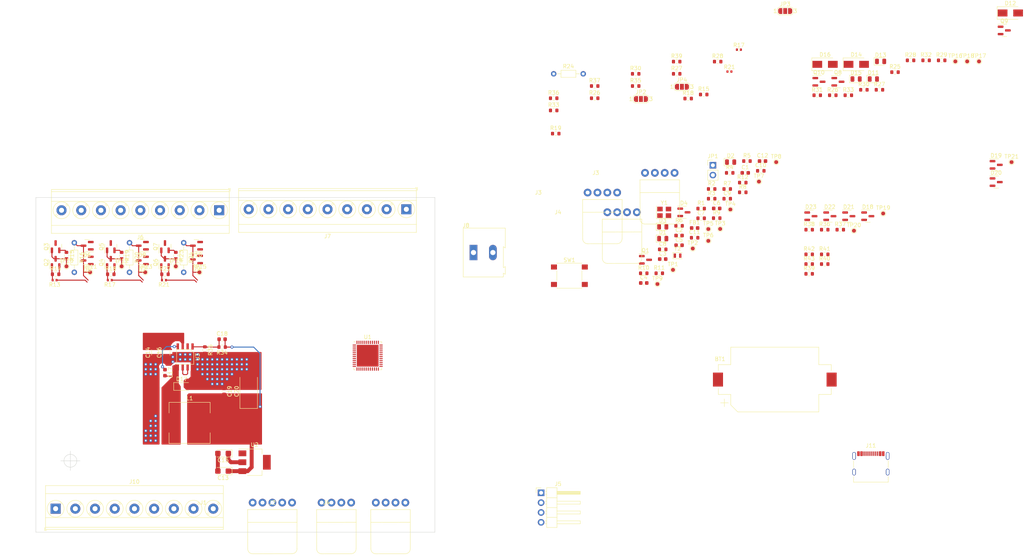
<source format=kicad_pcb>
(kicad_pcb (version 20211014) (generator pcbnew)

  (general
    (thickness 1.6)
  )

  (paper "A4")
  (title_block
    (title "FloatPUMP Basic Boards")
    (date "2022-11-22")
    (rev "1.0")
    (company "www.robtor.de")
  )

  (layers
    (0 "F.Cu" signal)
    (31 "B.Cu" signal)
    (32 "B.Adhes" user "B.Adhesive")
    (33 "F.Adhes" user "F.Adhesive")
    (34 "B.Paste" user)
    (35 "F.Paste" user)
    (36 "B.SilkS" user "B.Silkscreen")
    (37 "F.SilkS" user "F.Silkscreen")
    (38 "B.Mask" user)
    (39 "F.Mask" user)
    (40 "Dwgs.User" user "User.Drawings")
    (41 "Cmts.User" user "User.Comments")
    (42 "Eco1.User" user "User.Eco1")
    (43 "Eco2.User" user "User.Eco2")
    (44 "Edge.Cuts" user)
    (45 "Margin" user)
    (46 "B.CrtYd" user "B.Courtyard")
    (47 "F.CrtYd" user "F.Courtyard")
    (48 "B.Fab" user)
    (49 "F.Fab" user)
    (50 "User.1" user)
    (51 "User.2" user)
    (52 "User.3" user)
    (53 "User.4" user)
    (54 "User.5" user)
    (55 "User.6" user)
    (56 "User.7" user)
    (57 "User.8" user)
    (58 "User.9" user)
  )

  (setup
    (stackup
      (layer "F.SilkS" (type "Top Silk Screen"))
      (layer "F.Paste" (type "Top Solder Paste"))
      (layer "F.Mask" (type "Top Solder Mask") (thickness 0.01))
      (layer "F.Cu" (type "copper") (thickness 0.035))
      (layer "dielectric 1" (type "core") (thickness 1.51) (material "FR4") (epsilon_r 4.5) (loss_tangent 0.02))
      (layer "B.Cu" (type "copper") (thickness 0.035))
      (layer "B.Mask" (type "Bottom Solder Mask") (thickness 0.01))
      (layer "B.Paste" (type "Bottom Solder Paste"))
      (layer "B.SilkS" (type "Bottom Silk Screen"))
      (copper_finish "None")
      (dielectric_constraints no)
    )
    (pad_to_mask_clearance 0)
    (pcbplotparams
      (layerselection 0x00010fc_ffffffff)
      (disableapertmacros false)
      (usegerberextensions false)
      (usegerberattributes true)
      (usegerberadvancedattributes true)
      (creategerberjobfile true)
      (svguseinch false)
      (svgprecision 6)
      (excludeedgelayer true)
      (plotframeref false)
      (viasonmask false)
      (mode 1)
      (useauxorigin false)
      (hpglpennumber 1)
      (hpglpenspeed 20)
      (hpglpendiameter 15.000000)
      (dxfpolygonmode true)
      (dxfimperialunits true)
      (dxfusepcbnewfont true)
      (psnegative false)
      (psa4output false)
      (plotreference true)
      (plotvalue true)
      (plotinvisibletext false)
      (sketchpadsonfab false)
      (subtractmaskfromsilk false)
      (outputformat 1)
      (mirror false)
      (drillshape 1)
      (scaleselection 1)
      (outputdirectory "")
    )
  )

  (net 0 "")
  (net 1 "Net-(C1-Pad1)")
  (net 2 "GND")
  (net 3 "Net-(C2-Pad1)")
  (net 4 "Net-(C3-Pad1)")
  (net 5 "Net-(C4-Pad1)")
  (net 6 "Net-(C5-Pad1)")
  (net 7 "Net-(C6-Pad1)")
  (net 8 "+3V3")
  (net 9 "/VBAT")
  (net 10 "/NRST")
  (net 11 "Net-(D1-Pad1)")
  (net 12 "+3.3V")
  (net 13 "Net-(D2-Pad1)")
  (net 14 "Net-(D3-Pad1)")
  (net 15 "/VB")
  (net 16 "/ADC1_0")
  (net 17 "/ADC1_1")
  (net 18 "/ADC1_2")
  (net 19 "/Output Channels/REL0-")
  (net 20 "Net-(C17-Pad1)")
  (net 21 "+24V")
  (net 22 "/Output Channels/REL1-")
  (net 23 "Net-(C17-Pad2)")
  (net 24 "/Output Channels/REL2-")
  (net 25 "Net-(D11-Pad2)")
  (net 26 "/GPI0")
  (net 27 "/GPI1")
  (net 28 "/GPI2")
  (net 29 "/RRDT")
  (net 30 "/RRCLK")
  (net 31 "/RRSW")
  (net 32 "+5V")
  (net 33 "/I2C1_SDA")
  (net 34 "/I2C1_SCL")
  (net 35 "/USART1_TX")
  (net 36 "/USART1_RX")
  (net 37 "/SWDIO")
  (net 38 "/SWCLK")
  (net 39 "/Input Channels/SENS0+")
  (net 40 "/Input Channels/SENS1+")
  (net 41 "/Input Channels/SENS2+")
  (net 42 "/gpi_channels/GPIT0")
  (net 43 "/gpi_channels/GPIT1")
  (net 44 "/gpi_channels/GPIT2")
  (net 45 "unconnected-(J10-Pad7)")
  (net 46 "unconnected-(J10-Pad8)")
  (net 47 "unconnected-(J10-Pad9)")
  (net 48 "/BOOT0")
  (net 49 "Net-(JP2-Pad2)")
  (net 50 "Net-(JP2-Pad3)")
  (net 51 "Net-(JP3-Pad2)")
  (net 52 "Net-(JP3-Pad3)")
  (net 53 "Net-(JP4-Pad2)")
  (net 54 "Net-(JP4-Pad3)")
  (net 55 "Net-(D13-Pad2)")
  (net 56 "Net-(LS1-Pad2)")
  (net 57 "Net-(Q2-Pad1)")
  (net 58 "Net-(Q2-Pad3)")
  (net 59 "Net-(D15-Pad2)")
  (net 60 "Net-(J3-Pad2)")
  (net 61 "Net-(J3-Pad3)")
  (net 62 "Net-(J3-Pad4)")
  (net 63 "Net-(Q8-Pad1)")
  (net 64 "Net-(Q9-Pad1)")
  (net 65 "Net-(Q10-Pad1)")
  (net 66 "/LED0")
  (net 67 "/LED1")
  (net 68 "/LED2")
  (net 69 "/LED5")
  (net 70 "/LED4")
  (net 71 "/LED3")
  (net 72 "/BEEP")
  (net 73 "/MPWR0")
  (net 74 "/MPWR1")
  (net 75 "/MPWR2")
  (net 76 "/OCHAN0")
  (net 77 "/OCHAN1")
  (net 78 "/OCHAN2")
  (net 79 "/usb_conn/U_D-")
  (net 80 "/USB_FS_DM")
  (net 81 "/usb_conn/U_D+")
  (net 82 "/USB_FS_DP")
  (net 83 "/usb_conn/U_VBUS")
  (net 84 "/USB_FS_VBUS")
  (net 85 "/usb_conn/CC")
  (net 86 "unconnected-(J6-Pad7)")
  (net 87 "unconnected-(J6-Pad8)")
  (net 88 "unconnected-(J6-Pad9)")
  (net 89 "unconnected-(J7-Pad7)")
  (net 90 "unconnected-(J7-Pad8)")
  (net 91 "unconnected-(J7-Pad9)")
  (net 92 "unconnected-(J11-PadA8)")
  (net 93 "unconnected-(J11-PadB8)")
  (net 94 "Net-(Q1-Pad1)")
  (net 95 "Net-(Q4-Pad1)")
  (net 96 "Net-(Q4-Pad3)")
  (net 97 "Net-(Q6-Pad1)")
  (net 98 "Net-(Q6-Pad3)")
  (net 99 "Net-(C18-Pad1)")
  (net 100 "Net-(TP4-Pad1)")
  (net 101 "Net-(U3-Pad6)")
  (net 102 "Net-(J8-Pad2)")

  (footprint "Package_TO_SOT_SMD:SOT-23" (layer "F.Cu") (at 44.704 89.154 90))

  (footprint "Resistor_SMD:R_0402_1005Metric" (layer "F.Cu") (at 204.2 39.9))

  (footprint "Capacitor_SMD:C_0603_1608Metric" (layer "F.Cu") (at 212.73 63))

  (footprint "TestPoint:TestPoint_Pad_D1.0mm" (layer "F.Cu") (at 61.468 90.17))

  (footprint "TestPoint:TestPoint_Pad_D1.0mm" (layer "F.Cu") (at 211.81 68.29))

  (footprint "Package_TO_SOT_SMD:SOT-23" (layer "F.Cu") (at 38.608 84.836 180))

  (footprint "Resistor_SMD:R_0603_1608Metric" (layer "F.Cu") (at 61.468 87.376 -90))

  (footprint "TestPoint:TestPoint_Pad_D1.0mm" (layer "F.Cu") (at 268.55 37.28))

  (footprint "LED_SMD:LED_0805_2012Metric" (layer "F.Cu") (at 243.18 37.275))

  (footprint "Resistor_SMD:R_0402_1005Metric" (layer "F.Cu") (at 206.64 34.25))

  (footprint "Capacitor_SMD:C_0603_1608Metric" (layer "F.Cu") (at 58.674 117.602 -90))

  (footprint "Resistor_SMD:R_0603_1608Metric" (layer "F.Cu") (at 203.63 72.71))

  (footprint "TestPoint:TestPoint_Pad_D1.0mm" (layer "F.Cu") (at 243.84 76.52))

  (footprint "Resistor_SMD:R_0603_1608Metric" (layer "F.Cu") (at 199.62 70.2))

  (footprint "TerminalBlock_Phoenix:TerminalBlock_Phoenix_MKDS-3-9-5.08_1x09_P5.08mm_Horizontal" (layer "F.Cu") (at 30.48 152.7))

  (footprint "Resistor_SMD:R_0603_1608Metric" (layer "F.Cu") (at 169.46 46.78))

  (footprint "Connector_USB:USB_C_Receptacle_Palconn_UTC16-G" (layer "F.Cu") (at 240.67 141.009533))

  (footprint "Diode_SMD:D_SOD-123F" (layer "F.Cu") (at 63.119 121.158))

  (footprint "Resistor_THT:R_Axial_DIN0204_L3.6mm_D1.6mm_P7.62mm_Horizontal" (layer "F.Cu") (at 35.306 84.074 -90))

  (footprint "Resistor_SMD:R_0603_1608Metric" (layer "F.Cu") (at 226.84 46.01))

  (footprint "Resistor_SMD:R_0402_1005Metric" (layer "F.Cu") (at 58.42 93.726 180))

  (footprint "TestPoint:TestPoint_Pad_D1.0mm" (layer "F.Cu") (at 67.564 91.694))

  (footprint "Resistor_SMD:R_0603_1608Metric" (layer "F.Cu") (at 228.77 89.58))

  (footprint "Package_TO_SOT_SMD:SOT-23" (layer "F.Cu") (at 58.674 85.09 90))

  (footprint "Resistor_SMD:R_0603_1608Metric" (layer "F.Cu") (at 73.406 110.998 180))

  (footprint "Package_TO_SOT_SMD:SOT-23" (layer "F.Cu") (at 227.28 42.53))

  (footprint "custom_parts:2542R-04" (layer "F.Cu") (at 113.03 151.13))

  (footprint "TestPoint:TestPoint_Pad_D1.0mm" (layer "F.Cu") (at 216.26 63.27))

  (footprint "Resistor_SMD:R_0603_1608Metric" (layer "F.Cu") (at 193.56 46.86))

  (footprint "Package_TO_SOT_SMD:SOT-23" (layer "F.Cu") (at 66.802 84.836 180))

  (footprint "TestPoint:TestPoint_Pad_D1.0mm" (layer "F.Cu") (at 276.94 63.27))

  (footprint "TestPoint:TestPoint_Pad_D1.0mm" (layer "F.Cu") (at 47.498 90.17))

  (footprint "Resistor_SMD:R_0603_1608Metric" (layer "F.Cu") (at 190.6 40.48))

  (footprint "Resistor_SMD:R_0603_1608Metric" (layer "F.Cu") (at 208.72 63))

  (footprint "Resistor_SMD:R_0603_1608Metric" (layer "F.Cu") (at 187 85.78))

  (footprint "Package_TO_SOT_SMD:SOT-23" (layer "F.Cu") (at 272.97 68.42))

  (footprint "custom_parts:MP9486A-SOIC-8" (layer "F.Cu") (at 63.881 113.538 180))

  (footprint "Resistor_SMD:R_0603_1608Metric" (layer "F.Cu") (at 224.76 87.07))

  (footprint "Capacitor_Tantalum_SMD:CP_EIA-7343-31_Kemet-D" (layer "F.Cu") (at 80.264 122.428 90))

  (footprint "TestPoint:TestPoint_Pad_D1.0mm" (layer "F.Cu") (at 39.37 91.694))

  (footprint "custom_parts:L_MS1040-330M" (layer "F.Cu") (at 65.024 130.556))

  (footprint "Resistor_SMD:R_0603_1608Metric" (layer "F.Cu") (at 44.704 92.202))

  (footprint "TestPoint:TestPoint_Pad_D1.0mm" (layer "F.Cu") (at 204.45 75.49))

  (footprint "Resistor_SMD:R_0603_1608Metric" (layer "F.Cu") (at 224.76 80.7))

  (footprint "Capacitor_SMD:C_0603_1608Metric" (layer "F.Cu") (at 187 88.29))

  (footprint "Resistor_SMD:R_0603_1608Metric" (layer "F.Cu") (at 186.12 91.95))

  (footprint "Crystal:Crystal_SMD_3225-4Pin_3.2x2.5mm" (layer "F.Cu") (at 187.39 76.22))

  (footprint "TestPoint:TestPoint_Pad_D1.0mm" (layer "F.Cu") (at 185.64 94.73))

  (footprint "Crystal:Crystal_SMD_2012-2Pin_2.0x1.2mm" (layer "F.Cu") (at 190.83 87.4))

  (footprint "Package_TO_SOT_SMD:SOT-23" (layer "F.Cu") (at 44.704 85.09 90))

  (footprint "TestPoint:TestPoint_Pad_D1.0mm" (layer "F.Cu") (at 262.45 37.28))

  (footprint "Package_TO_SOT_SMD:SOT-23" (layer "F.Cu") (at 66.802 88.392 180))

  (footprint "Package_TO_SOT_SMD:SOT-23" (layer "F.Cu") (at 30.48 89.154 90))

  (footprint "Package_TO_SOT_SMD:SOT-223-3_TabPin2" (layer "F.Cu") (at 81.788 140.716))

  (footprint "Resistor_SMD:R_0603_1608Metric" (layer "F.Cu") (at 228.77 87.07))

  (footprint "Capacitor_SMD:C_0603_1608Metric" (layer "F.Cu") (at 182.11 94.46))

  (footprint "Resistor_SMD:R_0603_1608Metric" (layer "F.Cu") (at 207.64 71.06))

  (footprint "TestPoint:TestPoint_Pad_D1.0mm" (layer "F.Cu") (at 53.594 91.694))

  (footprint "Capacitor_SMD:C_0603_1608Metric" (layer "F.Cu") (at 73.406 108.966))

  (footprint "Resistor_SMD:R_0603_1608Metric" (layer "F.Cu") (at 204.27 66.04))

  (footprint "Capacitor_SMD:C_0603_1608Metric" (layer "F.Cu") (at 191.22 84.72))

  (footprint "Package_TO_SOT_SMD:SOT-23" (layer "F.Cu") (at 52.832 88.646 180))

  (footprint "Resistor_SMD:R_0603_1608Metric" (layer "F.Cu")
    (tedit 5F68FEEE) (tstamp 6d7f10ab-eafb-4e7f-860b-a5d7a28900dc)
    (at 159.42 55.91)
    (descr "Resistor SMD 0603 (1608 Metric), square (rectangular) end terminal, IPC_7351 nominal, (Body size source: IPC-SM-782 page 72, https://www.pcb-3d.com/wordpress/wp-content/uploads/ipc-sm-782a_amendment_1_and_2.pdf), generated with kicad-footprint-generator")
    (tags "resistor")
    (property "JLCPCB" "C238881")
    (property "Sheetfile" "input_channels.kicad_sch")
    (property "Sheetname" "Input Channels")
    (path "/00000000-0000-0000-0000-0000638247cb/fe7dc4cf-059b-43d8-9aa4-dd252426165b")
    (attr smd)
    (fp_text reference "R19" (at 0 -1.43) (layer "F.SilkS")
      (effects (font (size 1 1) (thickness 0.15)))
      (tstamp 233b8cd6-aba5-4be5-9719-2de6816ee68f)
    )
    (fp_text value "10k" (at 0 1.43) (layer "F.Fab")
      (effects (font (size 1 1) (thickness 0.15)))
      (tstamp 893f38c8-8b5d-4759-bba1-8a760e6fde9f)
    )
    (fp_text user "${REFERENCE}" (at 0 0) (layer "F.Fab")
      (effects (font (size 0.4 0.4) (thickness 0.06)))
      (tstamp acab4a92-b243-4613-a166-ac50ebd898e4)
    )
    (fp_line (start -0.237258 0.5225) (end 0.237258 0.5225) (layer "F.SilkS") (width 0.12) (tstamp 2835d7ed-0bc8-4813-bd7f-df3ec3c1951a))
    (fp_line (start -0.237258 -0.5225) (end 0.237258 -0.5225) (layer "F.SilkS") (width 0.12) (tstamp de782b74-043b-4c7b-bfd9-4c99f8019f53))
    (fp_line (start -1.48 0.73) (end -1.48 -0.73) (layer "F.CrtYd") (width 0.05) (tstamp 2f00c98a-ff44-4c5d-8c86-1be755506dad))
    (fp_line (start -1.48 -0.73) (end 1.48 -0.73) (layer "F.CrtYd") (width 0.05) (tstamp 3c5935da-ab10-46ff-b363-a272ccd1c22f))
    (fp_line (start 1.48 -0.73) (end 1.48 0.73) (layer "F.CrtYd") (width 0.05) (tstamp c713ace6-b313-4551-862c-3425c022d458))
    (fp_line (start 1.48 0.73) (end -1.48 0.73) (layer "F.CrtYd") (width 0.05) (tstamp cf09ea23-8c49-4428-bee6-c3a8434268ac))
    (fp_line (start 0.8 -0.4125) (end
... [403790 chars truncated]
</source>
